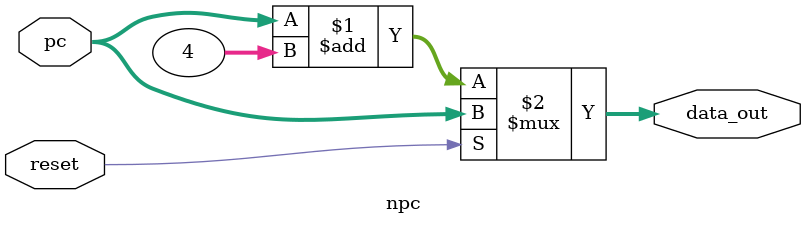
<source format=v>
`timescale 1ns / 1ps

module npc(
    input [31:0] pc,
    input reset,
    output [31:0] data_out
    );
    assign data_out = reset ? pc: (pc + 4);
endmodule

</source>
